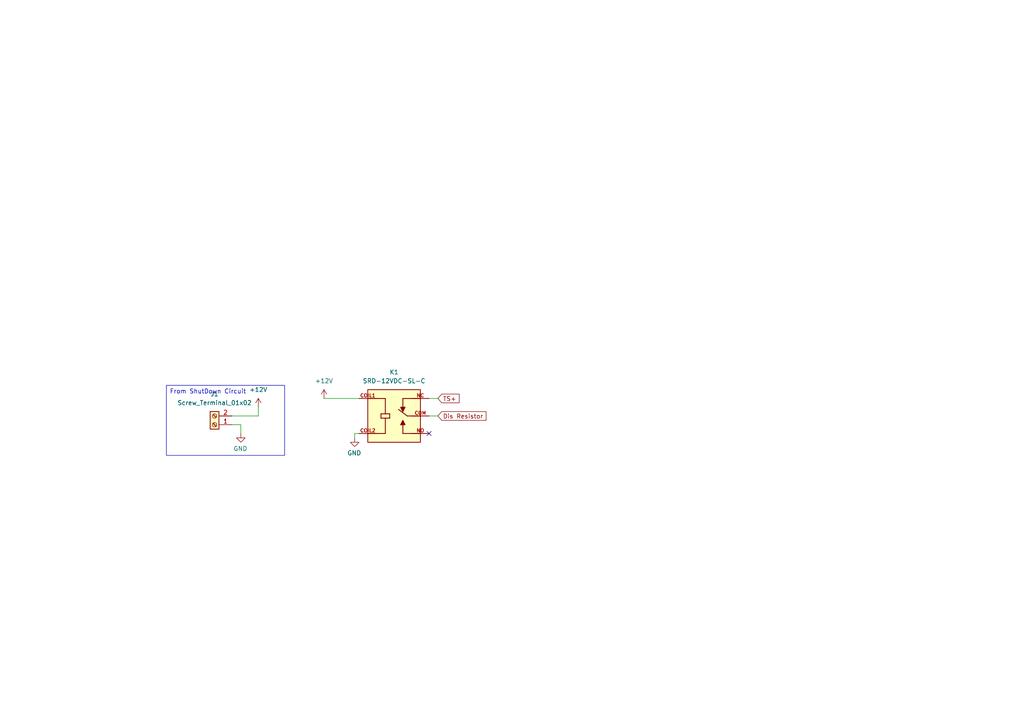
<source format=kicad_sch>
(kicad_sch (version 20230121) (generator eeschema)
  (paper "A4")
  (lib_symbols
    (symbol "Connector:Screw_Terminal_01x02" (pin_names (offset 1.016) hide)
      (property "Reference" "J" (at 0 2.54 0))
      (property "Value" "Screw_Terminal_01x02" (at 0 -5.08 0))
      (symbol "Screw_Terminal_01x02_1_1"
        (rectangle (start -1.27 1.27) (end 1.27 -3.81) (stroke (width 0.254)) (fill (type background)))
        (circle (center 0 -2.54) (radius 0.635) (stroke (width 0.1524)))
        (polyline (pts (xy -0.5334 -2.2098) (xy 0.3302 -3.048)) (stroke (width 0.1524)))
        (polyline (pts (xy -0.5334 0.3302) (xy 0.3302 -0.508)) (stroke (width 0.1524)))
        (polyline (pts (xy -0.3556 -2.032) (xy 0.508 -2.8702)) (stroke (width 0.1524)))
        (polyline (pts (xy -0.3556 0.508) (xy 0.508 -0.3302)) (stroke (width 0.1524)))
        (circle (center 0 0) (radius 0.635) (stroke (width 0.1524)))
        (pin passive line (at -5.08 0 0) (length 3.81) (name "Pin_1") (number "1"))
        (pin passive line (at -5.08 -2.54 0) (length 3.81) (name "Pin_2") (number "2"))
      )
    )
    (symbol "SRD-12VDC-SL-C:SRD-12VDC-SL-C" (pin_names (offset 1.016))
      (property "Reference" "K" (at -7.62 8.89 0))
      (property "Value" "SRD-12VDC-SL-C" (at -7.62 -10.16 0))
      (symbol "SRD-12VDC-SL-C_0_0"
        (rectangle (start -7.62 -7.62) (end 7.62 7.62) (stroke (width 0.254)) (fill (type background)))
        (polyline (pts (xy -7.62 -5.08) (xy -2.54 -5.08)) (stroke (width 0.254)))
        (polyline (pts (xy -7.62 5.08) (xy -2.54 5.08)) (stroke (width 0.254)))
        (polyline (pts (xy -3.81 -0.635) (xy -3.81 0.635)) (stroke (width 0.254)))
        (polyline (pts (xy -3.81 0.635) (xy -2.54 0.635)) (stroke (width 0.254)))
        (polyline (pts (xy -2.54 -0.635) (xy -3.81 -0.635)) (stroke (width 0.254)))
        (polyline (pts (xy -2.54 -0.635) (xy -2.54 -5.08)) (stroke (width 0.254)))
        (polyline (pts (xy -2.54 0.635) (xy -1.27 0.635)) (stroke (width 0.254)))
        (polyline (pts (xy -2.54 5.08) (xy -2.54 0.635)) (stroke (width 0.254)))
        (polyline (pts (xy -1.27 -0.635) (xy -2.54 -0.635)) (stroke (width 0.254)))
        (polyline (pts (xy -1.27 0.635) (xy -1.27 -0.635)) (stroke (width 0.254)))
        (polyline (pts (xy 2.54 -5.08) (xy 2.54 -2.54)) (stroke (width 0.254)))
        (polyline (pts (xy 2.54 5.08) (xy 2.54 2.54)) (stroke (width 0.254)))
        (polyline (pts (xy 2.54 5.08) (xy 7.62 5.08)) (stroke (width 0.254)))
        (polyline (pts (xy 3.81 0) (xy 1.27 1.905)) (stroke (width 0.254)))
        (polyline (pts (xy 7.62 -5.08) (xy 2.54 -5.08)) (stroke (width 0.254)))
        (polyline (pts (xy 7.62 0) (xy 3.81 0)) (stroke (width 0.254)))
        (polyline (pts (xy 1.905 -2.54) (xy 3.175 -2.54) (xy 2.54 -1.27) (xy 1.905 -2.54)) (stroke (width 0.254)) (fill (type outline)))
        (polyline (pts (xy 3.175 2.54) (xy 1.905 2.54) (xy 2.54 1.27) (xy 3.175 2.54)) (stroke (width 0.254)) (fill (type outline)))
        (pin passive line (at -10.16 5.08 0) (length 5.08) (name "~") (number "COIL1"))
        (pin passive line (at -10.16 -5.08 0) (length 5.08) (name "~") (number "COIL2"))
        (pin passive line (at 10.16 0 180) (length 5.08) (name "~") (number "COM"))
        (pin passive line (at 10.16 5.08 180) (length 5.08) (name "~") (number "NC"))
        (pin passive line (at 10.16 -5.08 180) (length 5.08) (name "~") (number "NO"))
      )
    )
    (symbol "power:+12V" (power) (pin_names (offset 0))
      (property "Value" "+12V" (at 0 3.556 0))
      (symbol "+12V_0_1"
        (polyline (pts (xy -0.762 1.27) (xy 0 2.54)))
        (polyline (pts (xy 0 0) (xy 0 2.54)))
        (polyline (pts (xy 0 2.54) (xy 0.762 1.27)))
      )
      (symbol "+12V_1_1"
        (pin power_in line (at 0 0 90) (length 0) hide (name "+12V") (number "1"))
      )
    )
    (symbol "power:GND" (power) (pin_names (offset 0))
      (property "Value" "GND" (at 0 -3.81 0))
      (symbol "GND_0_1"
        (polyline (pts (xy 0 0) (xy 0 -1.27) (xy 1.27 -1.27) (xy 0 -2.54) (xy -1.27 -1.27) (xy 0 -1.27)))
      )
      (symbol "GND_1_1"
        (pin power_in line (at 0 0 270) (length 0) hide (name "GND") (number "1"))
      )
    )
  )
  (no_connect (at 124.46 125.73))
  (wire (pts (xy 67.31 120.65) (xy 74.93 120.65)))
  (wire (pts (xy 124.46 120.65) (xy 127 120.65)))
  (wire (pts (xy 102.87 125.73) (xy 104.14 125.73)))
  (wire (pts (xy 124.46 115.57) (xy 127 115.57)))
  (wire (pts (xy 69.85 123.19) (xy 69.85 125.73)))
  (wire (pts (xy 67.31 123.19) (xy 69.85 123.19)))
  (wire (pts (xy 74.93 118.11) (xy 74.93 120.65)))
  (wire (pts (xy 102.87 125.73) (xy 102.87 127)))
  (wire (pts (xy 93.98 115.57) (xy 104.14 115.57)))
  (text_box "From ShutDown Circuit" (at 48.26 111.76 0) (size 34.29 20.32) (effects (font (size 1.27 1.27)) (justify left top)))
  (global_label "TS+" (shape input) (at 127 115.57 0) (property "Intersheetrefs" "${INTERSHEET_REFS}" (effects hide)))
  (global_label "Dis Resistor" (shape input) (at 127 120.65 0) (property "Intersheetrefs" "${INTERSHEET_REFS}" (effects hide)))
  (symbol (lib_id "SRD-12VDC-SL-C:SRD-12VDC-SL-C") (at 114.3 120.65 0) (unit 1)
    (property "Reference" "K1" (at 114.3 107.95 0))
    (property "Value" "SRD-12VDC-SL-C" (at 114.3 110.49 0))
    (property "Footprint" "RELAY_SRD-12VDC-SL-C" (effects hide))
    (property "PARTREV" "1.0" (effects hide))
    (property "STANDARD" "IPC 7351B" (effects hide))
    (property "MAXIMUM_PACKAGE_HEIGHT" "15.8 mm" (effects hide))
    (property "MANUFACTURER" "Songle Relay" (effects hide))
  )
  (symbol (lib_id "power:+12V") (at 93.98 115.57 0) (unit 1)
    (property "Reference" "#PWR03" (effects hide))
    (property "Value" "+12V" (at 93.98 110.49 0))
  )
  (symbol (lib_id "Connector:Screw_Terminal_01x02") (at 62.23 123.19 180) (unit 1)
    (property "Reference" "J1" (at 62.23 114.3 0))
    (property "Value" "Screw_Terminal_01x02" (at 62.23 116.84 0))
  )
  (symbol (lib_id "power:GND") (at 102.87 127 0) (mirror y) (unit 1)
    (property "Reference" "#PWR012" (effects hide))
    (property "Value" "GND" (at 102.743 131.3942 0))
  )
  (symbol (lib_id "power:GND") (at 69.85 125.73 0) (mirror y) (unit 1)
    (property "Reference" "#PWR01" (effects hide))
    (property "Value" "GND" (at 69.723 130.1242 0))
  )
  (symbol (lib_id "power:+12V") (at 74.93 118.11 0) (unit 1)
    (property "Reference" "#PWR02" (effects hide))
    (property "Value" "+12V" (at 74.93 113.03 0))
  )
)
</source>
